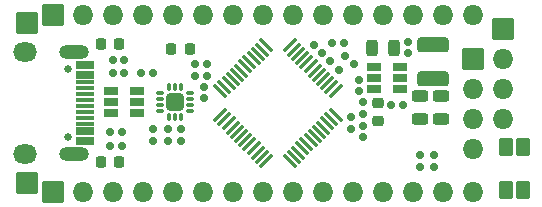
<source format=gbr>
%TF.GenerationSoftware,KiCad,Pcbnew,(5.99.0-7355-g8781ce7efb)*%
%TF.CreationDate,2021-01-22T11:19:26+01:00*%
%TF.ProjectId,FoxPill,466f7850-696c-46c2-9e6b-696361645f70,rev?*%
%TF.SameCoordinates,Original*%
%TF.FileFunction,Soldermask,Top*%
%TF.FilePolarity,Negative*%
%FSLAX46Y46*%
G04 Gerber Fmt 4.6, Leading zero omitted, Abs format (unit mm)*
G04 Created by KiCad (PCBNEW (5.99.0-7355-g8781ce7efb)) date 2021-01-22 11:19:26*
%MOMM*%
%LPD*%
G01*
G04 APERTURE LIST*
G04 Aperture macros list*
%AMRoundRect*
0 Rectangle with rounded corners*
0 $1 Rounding radius*
0 $2 $3 $4 $5 $6 $7 $8 $9 X,Y pos of 4 corners*
0 Add a 4 corners polygon primitive as box body*
4,1,4,$2,$3,$4,$5,$6,$7,$8,$9,$2,$3,0*
0 Add four circle primitives for the rounded corners*
1,1,$1+$1,$2,$3,0*
1,1,$1+$1,$4,$5,0*
1,1,$1+$1,$6,$7,0*
1,1,$1+$1,$8,$9,0*
0 Add four rect primitives between the rounded corners*
20,1,$1+$1,$2,$3,$4,$5,0*
20,1,$1+$1,$4,$5,$6,$7,0*
20,1,$1+$1,$6,$7,$8,$9,0*
20,1,$1+$1,$8,$9,$2,$3,0*%
G04 Aperture macros list end*
%ADD10RoundRect,0.223750X0.223750X0.261250X-0.223750X0.261250X-0.223750X-0.261250X0.223750X-0.261250X0*%
%ADD11C,0.670000*%
%ADD12RoundRect,0.010000X-0.725000X0.300000X-0.725000X-0.300000X0.725000X-0.300000X0.725000X0.300000X0*%
%ADD13RoundRect,0.010000X-0.725000X0.150000X-0.725000X-0.150000X0.725000X-0.150000X0.725000X0.150000X0*%
%ADD14O,2.020000X1.620000*%
%ADD15O,2.520000X1.220000*%
%ADD16RoundRect,0.152500X0.152500X0.177500X-0.152500X0.177500X-0.152500X-0.177500X0.152500X-0.177500X0*%
%ADD17RoundRect,0.152500X-0.152500X-0.177500X0.152500X-0.177500X0.152500X0.177500X-0.152500X0.177500X0*%
%ADD18RoundRect,0.010000X0.530000X0.325000X-0.530000X0.325000X-0.530000X-0.325000X0.530000X-0.325000X0*%
%ADD19RoundRect,0.152500X0.177500X-0.152500X0.177500X0.152500X-0.177500X0.152500X-0.177500X-0.152500X0*%
%ADD20RoundRect,0.067500X0.067500X-0.280000X0.067500X0.280000X-0.067500X0.280000X-0.067500X-0.280000X0*%
%ADD21RoundRect,0.067500X0.280000X-0.067500X0.280000X0.067500X-0.280000X0.067500X-0.280000X-0.067500X0*%
%ADD22RoundRect,0.253448X0.481552X-0.481552X0.481552X0.481552X-0.481552X0.481552X-0.481552X-0.481552X0*%
%ADD23RoundRect,0.152500X-0.177500X0.152500X-0.177500X-0.152500X0.177500X-0.152500X0.177500X0.152500X0*%
%ADD24RoundRect,0.010000X-0.530000X-0.325000X0.530000X-0.325000X0.530000X0.325000X-0.530000X0.325000X0*%
%ADD25RoundRect,0.248750X-0.461250X0.248750X-0.461250X-0.248750X0.461250X-0.248750X0.461250X0.248750X0*%
%ADD26RoundRect,0.248750X0.248750X0.461250X-0.248750X0.461250X-0.248750X-0.461250X0.248750X-0.461250X0*%
%ADD27RoundRect,0.080000X0.415425X0.528562X-0.528562X-0.415425X-0.415425X-0.528562X0.528562X0.415425X0*%
%ADD28RoundRect,0.080000X-0.415425X0.528562X-0.528562X0.415425X0.415425X-0.528562X0.528562X-0.415425X0*%
%ADD29RoundRect,0.254000X-1.081000X0.381000X-1.081000X-0.381000X1.081000X-0.381000X1.081000X0.381000X0*%
%ADD30RoundRect,0.010000X0.850000X0.850000X-0.850000X0.850000X-0.850000X-0.850000X0.850000X-0.850000X0*%
%ADD31RoundRect,0.010000X-0.850000X-0.850000X0.850000X-0.850000X0.850000X0.850000X-0.850000X0.850000X0*%
%ADD32RoundRect,0.152500X-0.233345X-0.017678X-0.017678X-0.233345X0.233345X0.017678X0.017678X0.233345X0*%
%ADD33O,1.720000X1.720000*%
%ADD34RoundRect,0.223750X-0.261250X0.223750X-0.261250X-0.223750X0.261250X-0.223750X0.261250X0.223750X0*%
%ADD35RoundRect,0.152500X0.233345X0.017678X0.017678X0.233345X-0.233345X-0.017678X-0.017678X-0.233345X0*%
%ADD36RoundRect,0.223750X-0.223750X-0.261250X0.223750X-0.261250X0.223750X0.261250X-0.223750X0.261250X0*%
%ADD37RoundRect,0.010000X0.525000X-0.700000X0.525000X0.700000X-0.525000X0.700000X-0.525000X-0.700000X0*%
%ADD38RoundRect,0.010000X-0.850000X0.850000X-0.850000X-0.850000X0.850000X-0.850000X0.850000X0.850000X0*%
G04 APERTURE END LIST*
D10*
X29287500Y-23600000D03*
X27712500Y-23600000D03*
X29287500Y-33600000D03*
X27712500Y-33600000D03*
D11*
X24924999Y-25680000D03*
X24924999Y-31460000D03*
D12*
X26369999Y-25370000D03*
X26369999Y-26170000D03*
D13*
X26369999Y-27320000D03*
X26369999Y-28320000D03*
X26369999Y-28820000D03*
X26369999Y-29820000D03*
D12*
X26369999Y-31770000D03*
X26369999Y-30970000D03*
D13*
X26369999Y-30320000D03*
X26369999Y-29320000D03*
X26369999Y-27820000D03*
X26369999Y-26820000D03*
D14*
X21274999Y-32890000D03*
D15*
X25454999Y-32890000D03*
D14*
X21274999Y-24250000D03*
D15*
X25454999Y-24250000D03*
D16*
X29485000Y-31000000D03*
X28515000Y-31000000D03*
X29685000Y-26000000D03*
X28715000Y-26000000D03*
D17*
X28715000Y-24900000D03*
X29685000Y-24900000D03*
X28515000Y-32200000D03*
X29485000Y-32200000D03*
D18*
X30800000Y-29450000D03*
X30800000Y-28500000D03*
X30800000Y-27550000D03*
X28600000Y-27550000D03*
X28600000Y-28500000D03*
X28600000Y-29450000D03*
D17*
X31115000Y-26000000D03*
X32085000Y-26000000D03*
D19*
X32100000Y-31785000D03*
X32100000Y-30815000D03*
D20*
X33500000Y-29762500D03*
X34000000Y-29762500D03*
X34500000Y-29762500D03*
D21*
X35262500Y-29250000D03*
X35262500Y-28750000D03*
X35262500Y-28250000D03*
X35262500Y-27750000D03*
D20*
X34500000Y-27237500D03*
X34000000Y-27237500D03*
X33500000Y-27237500D03*
D21*
X32737500Y-27750000D03*
X32737500Y-28250000D03*
X32737500Y-28750000D03*
X32737500Y-29250000D03*
D22*
X34000000Y-28500000D03*
D23*
X48920000Y-29770000D03*
X48920000Y-30740000D03*
X36470000Y-27215000D03*
X36470000Y-28185000D03*
X34500000Y-30815000D03*
X34500000Y-31785000D03*
X33400000Y-30815000D03*
X33400000Y-31785000D03*
D19*
X35690000Y-26255001D03*
X35690000Y-25285001D03*
X36690000Y-26255001D03*
X36690000Y-25285001D03*
X49930000Y-29475000D03*
X49930000Y-28505000D03*
D23*
X53720000Y-23385000D03*
X53720000Y-24355000D03*
D24*
X50870000Y-25530000D03*
X50870000Y-26480000D03*
X50870000Y-27430000D03*
X53070000Y-27430000D03*
X53070000Y-26480000D03*
X53070000Y-25530000D03*
D23*
X54700000Y-32990000D03*
X54700000Y-33960000D03*
D19*
X49600000Y-27570000D03*
X49600000Y-26600000D03*
D25*
X56500000Y-28022500D03*
X56500000Y-29897500D03*
D26*
X52517500Y-23890000D03*
X50642500Y-23890000D03*
D27*
X47587876Y-27591161D03*
X47234322Y-27237607D03*
X46880769Y-26884054D03*
X46527215Y-26530500D03*
X46173662Y-26176947D03*
X45820109Y-25823394D03*
X45466555Y-25469840D03*
X45113002Y-25116287D03*
X44759449Y-24762734D03*
X44405895Y-24409180D03*
X44052342Y-24055627D03*
X43698788Y-23702073D03*
D28*
X41701212Y-23702073D03*
X41347658Y-24055627D03*
X40994105Y-24409180D03*
X40640551Y-24762734D03*
X40286998Y-25116287D03*
X39933445Y-25469840D03*
X39579891Y-25823394D03*
X39226338Y-26176947D03*
X38872785Y-26530500D03*
X38519231Y-26884054D03*
X38165678Y-27237607D03*
X37812124Y-27591161D03*
D27*
X37812124Y-29588737D03*
X38165678Y-29942291D03*
X38519231Y-30295844D03*
X38872785Y-30649398D03*
X39226338Y-31002951D03*
X39579891Y-31356504D03*
X39933445Y-31710058D03*
X40286998Y-32063611D03*
X40640551Y-32417164D03*
X40994105Y-32770718D03*
X41347658Y-33124271D03*
X41701212Y-33477825D03*
D28*
X43698788Y-33477825D03*
X44052342Y-33124271D03*
X44405895Y-32770718D03*
X44759449Y-32417164D03*
X45113002Y-32063611D03*
X45466555Y-31710058D03*
X45820109Y-31356504D03*
X46173662Y-31002951D03*
X46527215Y-30649398D03*
X46880769Y-30295844D03*
X47234322Y-29942291D03*
X47587876Y-29588737D03*
D29*
X55820000Y-23700000D03*
X55820000Y-26500000D03*
D30*
X21420000Y-35340000D03*
D31*
X21420000Y-21780000D03*
D32*
X45747053Y-23652053D03*
X46432947Y-24337947D03*
D19*
X55930000Y-33950000D03*
X55930000Y-32980000D03*
D23*
X49930000Y-30515000D03*
X49930000Y-31485000D03*
D17*
X52315000Y-28750000D03*
X53285000Y-28750000D03*
D25*
X54690000Y-28012500D03*
X54690000Y-29887500D03*
D31*
X61740000Y-22310000D03*
D33*
X61740000Y-24850000D03*
X61740000Y-27390000D03*
X61740000Y-29930000D03*
D34*
X51180000Y-28552500D03*
X51180000Y-30127500D03*
D35*
X47832947Y-25742947D03*
X47147053Y-25057053D03*
D16*
X48265000Y-23530000D03*
X47295000Y-23530000D03*
D32*
X48422053Y-24587053D03*
X49107947Y-25272947D03*
D36*
X33662500Y-23960000D03*
X35237500Y-23960000D03*
D37*
X61980000Y-35900000D03*
X61980000Y-32300000D03*
X63420000Y-32300000D03*
X63420000Y-35900000D03*
D31*
X59200000Y-24850000D03*
D33*
X59200000Y-27390000D03*
X59200000Y-29930000D03*
X59200000Y-32470000D03*
D38*
X23700000Y-21100000D03*
D33*
X26240000Y-21100000D03*
X28780000Y-21100000D03*
X31320000Y-21100000D03*
X33860000Y-21100000D03*
X36400000Y-21100000D03*
X38940000Y-21100000D03*
X41480000Y-21100000D03*
X44020000Y-21100000D03*
X46560000Y-21100000D03*
X49100000Y-21100000D03*
X51640000Y-21100000D03*
X54180000Y-21100000D03*
X56720000Y-21100000D03*
X59260000Y-21100000D03*
D38*
X23700000Y-36100000D03*
D33*
X26240000Y-36100000D03*
X28780000Y-36100000D03*
X31320000Y-36100000D03*
X33860000Y-36100000D03*
X36400000Y-36100000D03*
X38940000Y-36100000D03*
X41480000Y-36100000D03*
X44020000Y-36100000D03*
X46560000Y-36100000D03*
X49100000Y-36100000D03*
X51640000Y-36100000D03*
X54180000Y-36100000D03*
X56720000Y-36100000D03*
X59260000Y-36100000D03*
M02*

</source>
